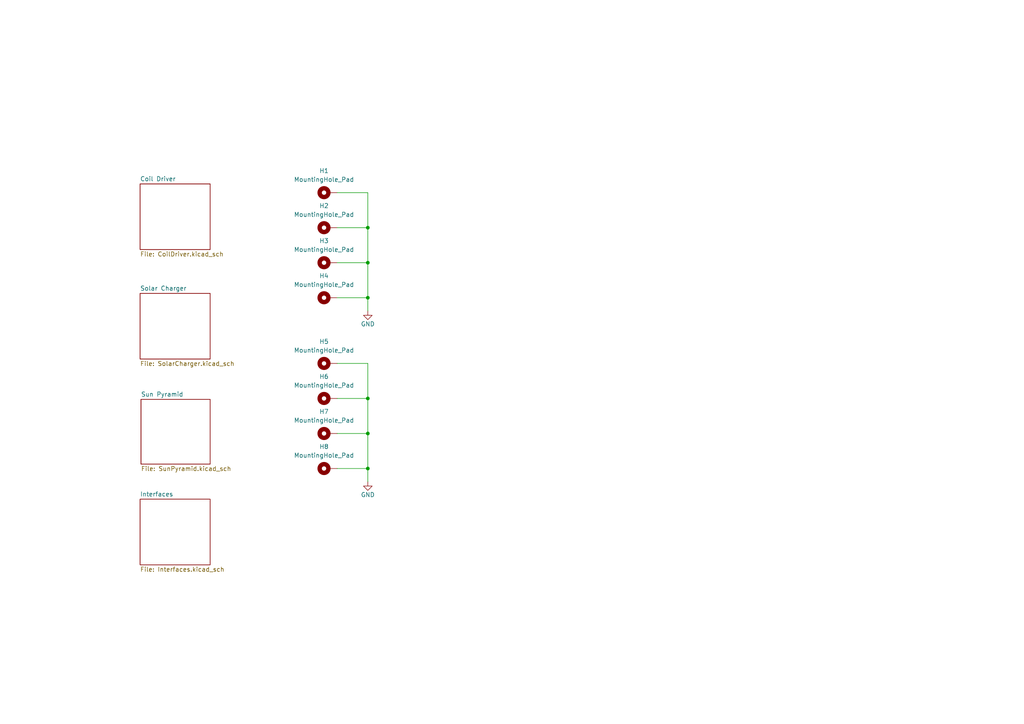
<source format=kicad_sch>
(kicad_sch (version 20231120) (generator "eeschema") (generator_version "8.0")
  (paper "A4")
  (lib_symbols
    (symbol "Mechanical:MountingHole_Pad" (pin_numbers hide) (pin_names (offset 1.016) hide) (exclude_from_sim yes) (in_bom no)
      (property "Reference" "H" (at 0 6.35 0))
      (property "Value" "MountingHole_Pad" (at 0 4.445 0))
      (symbol "MountingHole_Pad_0_1"
        (circle (center 0 1.27) (radius 1.27) (stroke (width 1.27)))
      )
      (symbol "MountingHole_Pad_1_1"
        (pin input line (at 0 -2.54 90) (length 2.54) (name "1") (number "1"))
      )
    )
    (symbol "power:GND" (power) (pin_numbers hide) (pin_names (offset 0) hide)
      (property "Value" "GND" (at 0 -3.81 0))
      (symbol "GND_0_1"
        (polyline (pts (xy 0 0) (xy 0 -1.27) (xy 1.27 -1.27) (xy 0 -2.54) (xy -1.27 -1.27) (xy 0 -1.27)))
      )
      (symbol "GND_1_1"
        (pin power_in line (at 0 0 270) (length 0) (name "~") (number "1"))
      )
    )
  )
  (junction (at 106.68 76.2))
  (junction (at 106.68 125.73))
  (junction (at 106.68 66.04))
  (junction (at 106.68 135.89))
  (junction (at 106.68 86.36))
  (junction (at 106.68 115.57))
  (wire (pts (xy 106.68 115.57) (xy 106.68 105.41)))
  (wire (pts (xy 106.68 135.89) (xy 106.68 125.73)))
  (wire (pts (xy 97.79 66.04) (xy 106.68 66.04)))
  (wire (pts (xy 97.79 76.2) (xy 106.68 76.2)))
  (wire (pts (xy 106.68 66.04) (xy 106.68 55.88)))
  (wire (pts (xy 106.68 76.2) (xy 106.68 66.04)))
  (wire (pts (xy 106.68 105.41) (xy 97.79 105.41)))
  (wire (pts (xy 97.79 115.57) (xy 106.68 115.57)))
  (wire (pts (xy 97.79 86.36) (xy 106.68 86.36)))
  (wire (pts (xy 106.68 135.89) (xy 106.68 139.7)))
  (wire (pts (xy 106.68 86.36) (xy 106.68 76.2)))
  (wire (pts (xy 97.79 125.73) (xy 106.68 125.73)))
  (wire (pts (xy 106.68 86.36) (xy 106.68 90.17)))
  (wire (pts (xy 97.79 135.89) (xy 106.68 135.89)))
  (wire (pts (xy 106.68 55.88) (xy 97.79 55.88)))
  (wire (pts (xy 106.68 125.73) (xy 106.68 115.57)))
  (symbol (lib_id "Mechanical:MountingHole_Pad") (at 95.25 135.89 90) (unit 1) (exclude_from_sim yes) (in_bom no)
    (property "Reference" "H8" (at 93.98 129.54 90))
    (property "Value" "MountingHole_Pad" (at 93.98 132.08 90))
    (property "Footprint" "Argus-Miscellaneous:MountingHole_3.2mm_M3_DIN965_Pad_TopBottom" (effects (hide yes)))
    (property "Description" "Mounting Hole with connection" (effects (hide yes)))
  )
  (symbol (lib_id "Mechanical:MountingHole_Pad") (at 95.25 76.2 90) (unit 1) (exclude_from_sim yes) (in_bom no)
    (property "Reference" "H3" (at 93.98 69.85 90))
    (property "Value" "MountingHole_Pad" (at 93.98 72.39 90))
    (property "Footprint" "Argus-Miscellaneous:MountingHole_3.2mm_M3_DIN965_Pad_TopBottom" (effects (hide yes)))
    (property "Description" "Mounting Hole with connection" (effects (hide yes)))
  )
  (symbol (lib_id "power:GND") (at 106.68 90.17 0) (unit 1)
    (property "Reference" "#PWR01" (effects (hide yes)))
    (property "Value" "GND" (at 106.68 93.98 0))
    (property "Description" "Power symbol creates a global label with name \"GND\" , ground" (effects (hide yes)))
  )
  (symbol (lib_id "Mechanical:MountingHole_Pad") (at 95.25 125.73 90) (unit 1) (exclude_from_sim yes) (in_bom no)
    (property "Reference" "H7" (at 93.98 119.38 90))
    (property "Value" "MountingHole_Pad" (at 93.98 121.92 90))
    (property "Footprint" "Argus-Miscellaneous:MountingHole_3.2mm_M3_DIN965_Pad_TopBottom" (effects (hide yes)))
    (property "Description" "Mounting Hole with connection" (effects (hide yes)))
  )
  (symbol (lib_id "Mechanical:MountingHole_Pad") (at 95.25 115.57 90) (unit 1) (exclude_from_sim yes) (in_bom no)
    (property "Reference" "H6" (at 93.98 109.22 90))
    (property "Value" "MountingHole_Pad" (at 93.98 111.76 90))
    (property "Footprint" "Argus-Miscellaneous:MountingHole_3.2mm_M3_DIN965_Pad_TopBottom" (effects (hide yes)))
    (property "Description" "Mounting Hole with connection" (effects (hide yes)))
  )
  (symbol (lib_id "power:GND") (at 106.68 139.7 0) (unit 1)
    (property "Reference" "#PWR02" (effects (hide yes)))
    (property "Value" "GND" (at 106.68 143.51 0))
    (property "Description" "Power symbol creates a global label with name \"GND\" , ground" (effects (hide yes)))
  )
  (symbol (lib_id "Mechanical:MountingHole_Pad") (at 95.25 86.36 90) (unit 1) (exclude_from_sim yes) (in_bom no)
    (property "Reference" "H4" (at 93.98 80.01 90))
    (property "Value" "MountingHole_Pad" (at 93.98 82.55 90))
    (property "Footprint" "Argus-Miscellaneous:MountingHole_3.2mm_M3_DIN965_Pad_TopBottom" (effects (hide yes)))
    (property "Description" "Mounting Hole with connection" (effects (hide yes)))
  )
  (symbol (lib_id "Mechanical:MountingHole_Pad") (at 95.25 66.04 90) (unit 1) (exclude_from_sim yes) (in_bom no)
    (property "Reference" "H2" (at 93.98 59.69 90))
    (property "Value" "MountingHole_Pad" (at 93.98 62.23 90))
    (property "Footprint" "Argus-Miscellaneous:MountingHole_3.2mm_M3_DIN965_Pad_TopBottom" (effects (hide yes)))
    (property "Description" "Mounting Hole with connection" (effects (hide yes)))
  )
  (symbol (lib_id "Mechanical:MountingHole_Pad") (at 95.25 105.41 90) (unit 1) (exclude_from_sim yes) (in_bom no)
    (property "Reference" "H5" (at 93.98 99.06 90))
    (property "Value" "MountingHole_Pad" (at 93.98 101.6 90))
    (property "Footprint" "Argus-Miscellaneous:MountingHole_3.2mm_M3_DIN965_Pad_TopBottom" (effects (hide yes)))
    (property "Description" "Mounting Hole with connection" (effects (hide yes)))
  )
  (symbol (lib_id "Mechanical:MountingHole_Pad") (at 95.25 55.88 90) (unit 1) (exclude_from_sim yes) (in_bom no)
    (property "Reference" "H1" (at 93.98 49.53 90))
    (property "Value" "MountingHole_Pad" (at 93.98 52.07 90))
    (property "Footprint" "Argus-Miscellaneous:MountingHole_3.2mm_M3_DIN965_Pad_TopBottom" (effects (hide yes)))
    (property "Description" "Mounting Hole with connection" (effects (hide yes)))
  )
  (sheet (at 40.64 85.09) (size 20.32 19.05) (stroke (width 0.1524))
    (property "Sheetname" "Solar Charger" (at 40.64 84.3784 0) (effects (justify left bottom)))
    (property "Sheetfile" "SolarCharger.kicad_sch" (at 40.64 104.7246 0) (effects (justify left top)))
  )
  (sheet (at 40.894 115.824) (size 20.066 18.796) (stroke (width 0.1524))
    (property "Sheetname" "Sun Pyramid" (at 40.894 115.1124 0) (effects (justify left bottom)))
    (property "Sheetfile" "SunPyramid.kicad_sch" (at 40.894 135.2046 0) (effects (justify left top)))
  )
  (sheet (at 40.64 144.78) (size 20.32 19.05) (stroke (width 0.1524))
    (property "Sheetname" "Interfaces" (at 40.64 144.0684 0) (effects (justify left bottom)))
    (property "Sheetfile" "Interfaces.kicad_sch" (at 40.64 164.4146 0) (effects (justify left top)))
  )
  (sheet (at 40.64 53.34) (size 20.32 19.05) (stroke (width 0.1524))
    (property "Sheetname" "Coil Driver" (at 40.64 52.6284 0) (effects (justify left bottom)))
    (property "Sheetfile" "CoilDriver.kicad_sch" (at 40.64 72.9746 0) (effects (justify left top)))
  )
)
</source>
